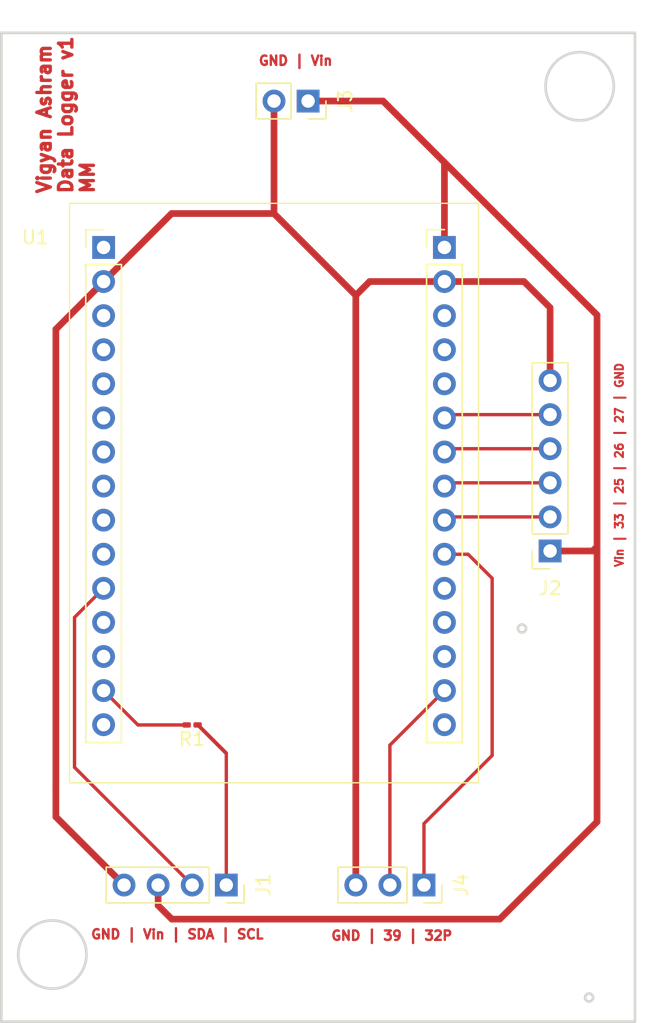
<source format=kicad_pcb>
(kicad_pcb (version 20221018) (generator pcbnew)
  (layers (0 "F.Cu" signal) (31 "B.Cu" signal) (34 "B.Paste" user) (35 "F.Paste" user) (36 "B.SilkS" user "B.Silkscreen") (37 "F.SilkS" user "F.Silkscreen") (38 "B.Mask" user) (39 "F.Mask" user) (44 "Edge.Cuts" user))
  (net 0 "")
  (net 2 "Net-(J1-Pin_4)")
  (net 11 "Net-(J1-Pin_2)")
  (net 14 "Net-(U1-D22)")
  (net 16 "Net-(J1-Pin_3)")
  (net 20 "Net-(J2-Pin_4)")
  (net 21 "Net-(J2-Pin_3)")
  (net 22 "Net-(J2-Pin_2)")
  (net 23 "Net-(J2-Pin_5)")
  (net 24 "Net-(J4-Pin_1)")
  (net 28 "Net-(J4-Pin_2)")
  (net 30 "Net-(J1-Pin_1)")
  (footprint "Resistor_SMD:R_0201_0603Metric_Pad0.64x0.40mm_HandSolder" (layer "F.Cu") (at 128.5175 97.29 180)
    (fp_text reference "R1" (at 0 -1.05 180) (layer "F.SilkS"))
    (fp_text value "R")
    (pad "1" smd roundrect (at -0.4075 0 180) (size 0.625 0.4) (layers "F.Cu" "F.Mask") (net 30 "Net-(J1-Pin_1)"))
    (pad "2" smd roundrect (at 0.4075 0 180) (size 0.625 0.4) (layers "F.Cu" "F.Mask") (net 14 "Net-(U1-D22)"))
  )
  (footprint "Library-MM:DOIT-ESP32-MM" (layer "F.Cu") (at 121.92 60.96)
    (fp_text reference "U1" (at -5.08 0) (layer "F.SilkS"))
    (fp_text value "ESP32-DEVKIT-V1" hide)
    (fp_line (start -1.33 -0.58) (end 0 -0.58) (stroke (width 0.12)) (layer "F.SilkS"))
    (fp_line (start -1.33 0.75) (end -1.33 -0.58) (stroke (width 0.12)) (layer "F.SilkS"))
    (fp_line (start -1.33 2.02) (end -1.33 37.64) (stroke (width 0.12)) (layer "F.SilkS"))
    (fp_line (start -1.33 2.02) (end 1.33 2.02) (stroke (width 0.12)) (layer "F.SilkS"))
    (fp_line (start -1.33 37.64) (end 1.33 37.64) (stroke (width 0.12)) (layer "F.SilkS"))
    (fp_line (start 1.33 2.02) (end 1.33 37.64) (stroke (width 0.12)) (layer "F.SilkS"))
    (fp_line (start 24.07 -0.58) (end 25.4 -0.58) (stroke (width 0.12)) (layer "F.SilkS"))
    (fp_line (start 24.07 0.75) (end 24.07 -0.58) (stroke (width 0.12)) (layer "F.SilkS"))
    (fp_line (start 24.07 2.02) (end 24.07 37.64) (stroke (width 0.12)) (layer "F.SilkS"))
    (fp_line (start 24.07 2.02) (end 26.73 2.02) (stroke (width 0.12)) (layer "F.SilkS"))
    (fp_line (start 24.07 37.64) (end 26.73 37.64) (stroke (width 0.12)) (layer "F.SilkS"))
    (fp_line (start 26.73 2.02) (end 26.73 37.64) (stroke (width 0.12)) (layer "F.SilkS"))
    (fp_rect (start -2.54 -2.54) (end 27.94 40.64) (stroke (width 0.1)) (fill none) (layer "F.SilkS"))
    (pad "1" thru_hole rect (at 0 0.75) (size 1.7 1.7) (drill 1) (layers "*.Cu" "*.Mask"))
    (pad "2" thru_hole oval (at 0 3.29) (size 1.7 1.7) (drill 1) (layers "*.Cu" "*.Mask") (net 2 "Net-(J1-Pin_4)"))
    (pad "3" thru_hole oval (at 0 5.83) (size 1.7 1.7) (drill 1) (layers "*.Cu" "*.Mask"))
    (pad "4" thru_hole oval (at 0 8.37) (size 1.7 1.7) (drill 1) (layers "*.Cu" "*.Mask"))
    (pad "5" thru_hole oval (at 0 10.91) (size 1.7 1.7) (drill 1) (layers "*.Cu" "*.Mask"))
    (pad "6" thru_hole oval (at 0 13.45) (size 1.7 1.7) (drill 1) (layers "*.Cu" "*.Mask"))
    (pad "7" thru_hole oval (at 0 15.99) (size 1.7 1.7) (drill 1) (layers "*.Cu" "*.Mask"))
    (pad "8" thru_hole oval (at 0 18.53) (size 1.7 1.7) (drill 1) (layers "*.Cu" "*.Mask"))
    (pad "9" thru_hole oval (at 0 21.07) (size 1.7 1.7) (drill 1) (layers "*.Cu" "*.Mask"))
    (pad "10" thru_hole oval (at 0 23.61) (size 1.7 1.7) (drill 1) (layers "*.Cu" "*.Mask"))
    (pad "11" thru_hole oval (at 0 26.15) (size 1.7 1.7) (drill 1) (layers "*.Cu" "*.Mask") (net 11 "Net-(J1-Pin_2)"))
    (pad "12" thru_hole oval (at 0 28.69) (size 1.7 1.7) (drill 1) (layers "*.Cu" "*.Mask"))
    (pad "13" thru_hole oval (at 0 31.23) (size 1.7 1.7) (drill 1) (layers "*.Cu" "*.Mask"))
    (pad "14" thru_hole oval (at 0 33.77) (size 1.7 1.7) (drill 1) (layers "*.Cu" "*.Mask") (net 14 "Net-(U1-D22)"))
    (pad "15" thru_hole oval (at 0 36.31) (size 1.7 1.7) (drill 1) (layers "*.Cu" "*.Mask"))
    (pad "16" thru_hole oval (at 25.4 36.31) (size 1.7 1.7) (drill 1) (layers "*.Cu" "*.Mask"))
    (pad "17" thru_hole oval (at 25.4 33.77) (size 1.7 1.7) (drill 1) (layers "*.Cu" "*.Mask") (net 28 "Net-(J4-Pin_2)"))
    (pad "18" thru_hole oval (at 25.4 31.23) (size 1.7 1.7) (drill 1) (layers "*.Cu" "*.Mask"))
    (pad "19" thru_hole oval (at 25.4 28.69) (size 1.7 1.7) (drill 1) (layers "*.Cu" "*.Mask"))
    (pad "20" thru_hole oval (at 25.4 26.15) (size 1.7 1.7) (drill 1) (layers "*.Cu" "*.Mask"))
    (pad "21" thru_hole oval (at 25.4 23.61) (size 1.7 1.7) (drill 1) (layers "*.Cu" "*.Mask") (net 24 "Net-(J4-Pin_1)"))
    (pad "22" thru_hole oval (at 25.4 21.07) (size 1.7 1.7) (drill 1) (layers "*.Cu" "*.Mask") (net 22 "Net-(J2-Pin_2)"))
    (pad "23" thru_hole oval (at 25.4 18.53) (size 1.7 1.7) (drill 1) (layers "*.Cu" "*.Mask") (net 21 "Net-(J2-Pin_3)"))
    (pad "24" thru_hole oval (at 25.4 15.99) (size 1.7 1.7) (drill 1) (layers "*.Cu" "*.Mask") (net 20 "Net-(J2-Pin_4)"))
    (pad "25" thru_hole oval (at 25.4 13.45) (size 1.7 1.7) (drill 1) (layers "*.Cu" "*.Mask") (net 23 "Net-(J2-Pin_5)"))
    (pad "26" thru_hole oval (at 25.4 10.91) (size 1.7 1.7) (drill 1) (layers "*.Cu" "*.Mask"))
    (pad "27" thru_hole oval (at 25.4 8.37) (size 1.7 1.7) (drill 1) (layers "*.Cu" "*.Mask"))
    (pad "28" thru_hole oval (at 25.4 5.83) (size 1.7 1.7) (drill 1) (layers "*.Cu" "*.Mask"))
    (pad "29" thru_hole oval (at 25.4 3.29) (size 1.7 1.7) (drill 1) (layers "*.Cu" "*.Mask") (net 2 "Net-(J1-Pin_4)"))
    (pad "30" thru_hole rect (at 25.4 0.75) (size 1.7 1.7) (drill 1) (layers "*.Cu" "*.Mask") (net 16 "Net-(J1-Pin_3)"))
  )
  (footprint "Connector_PinSocket_2.54mm:PinSocket_1x03_P2.54mm_Vertical" (layer "F.Cu") (at 145.796 109.22 -90)
    (fp_text reference "J4" (at 0 -2.77 90) (layer "F.SilkS"))
    (fp_text value "Conn_01x03_Socket")
    (fp_line (start -1.33 1.27) (end -1.33 6.41) (stroke (width 0.12)) (layer "F.SilkS"))
    (fp_line (start -1.33 1.27) (end 1.33 1.27) (stroke (width 0.12)) (layer "F.SilkS"))
    (fp_line (start -1.33 6.41) (end 1.33 6.41) (stroke (width 0.12)) (layer "F.SilkS"))
    (fp_line (start 0 -1.33) (end 1.33 -1.33) (stroke (width 0.12)) (layer "F.SilkS"))
    (fp_line (start 1.33 -1.33) (end 1.33 0) (stroke (width 0.12)) (layer "F.SilkS"))
    (fp_line (start 1.33 1.27) (end 1.33 6.41) (stroke (width 0.12)) (layer "F.SilkS"))
    (pad "1" thru_hole rect (at 0 0 270) (size 1.7 1.7) (drill 1) (layers "*.Cu" "*.Mask") (net 24 "Net-(J4-Pin_1)"))
    (pad "2" thru_hole oval (at 0 2.54 270) (size 1.7 1.7) (drill 1) (layers "*.Cu" "*.Mask") (net 28 "Net-(J4-Pin_2)"))
    (pad "3" thru_hole oval (at 0 5.08 270) (size 1.7 1.7) (drill 1) (layers "*.Cu" "*.Mask") (net 2 "Net-(J1-Pin_4)"))
  )
  (footprint "Connector_PinSocket_2.54mm:PinSocket_1x06_P2.54mm_Vertical" (layer "F.Cu") (at 155.194 84.328 180)
    (fp_text reference "J2" (at 0 -2.77) (layer "F.SilkS"))
    (fp_text value "Conn_01x06_Socket")
    (fp_line (start -1.33 1.27) (end -1.33 14.03) (stroke (width 0.12)) (layer "F.SilkS"))
    (fp_line (start -1.33 1.27) (end 1.33 1.27) (stroke (width 0.12)) (layer "F.SilkS"))
    (fp_line (start -1.33 14.03) (end 1.33 14.03) (stroke (width 0.12)) (layer "F.SilkS"))
    (fp_line (start 0 -1.33) (end 1.33 -1.33) (stroke (width 0.12)) (layer "F.SilkS"))
    (fp_line (start 1.33 -1.33) (end 1.33 0) (stroke (width 0.12)) (layer "F.SilkS"))
    (fp_line (start 1.33 1.27) (end 1.33 14.03) (stroke (width 0.12)) (layer "F.SilkS"))
    (pad "1" thru_hole rect (at 0 0 180) (size 1.7 1.7) (drill 1) (layers "*.Cu" "*.Mask") (net 16 "Net-(J1-Pin_3)"))
    (pad "2" thru_hole oval (at 0 2.54 180) (size 1.7 1.7) (drill 1) (layers "*.Cu" "*.Mask") (net 22 "Net-(J2-Pin_2)"))
    (pad "3" thru_hole oval (at 0 5.08 180) (size 1.7 1.7) (drill 1) (layers "*.Cu" "*.Mask") (net 21 "Net-(J2-Pin_3)"))
    (pad "4" thru_hole oval (at 0 7.62 180) (size 1.7 1.7) (drill 1) (layers "*.Cu" "*.Mask") (net 20 "Net-(J2-Pin_4)"))
    (pad "5" thru_hole oval (at 0 10.16 180) (size 1.7 1.7) (drill 1) (layers "*.Cu" "*.Mask") (net 23 "Net-(J2-Pin_5)"))
    (pad "6" thru_hole oval (at 0 12.7 180) (size 1.7 1.7) (drill 1) (layers "*.Cu" "*.Mask") (net 2 "Net-(J1-Pin_4)"))
  )
  (footprint "Connector_PinSocket_2.54mm:PinSocket_1x02_P2.54mm_Vertical" (layer "F.Cu") (at 137.16 50.8 -90)
    (fp_text reference "J3" (at 0 -2.77 90) (layer "F.SilkS"))
    (fp_text value "Conn_01x02_Socket")
    (fp_line (start -1.33 1.27) (end -1.33 3.87) (stroke (width 0.12)) (layer "F.SilkS"))
    (fp_line (start -1.33 1.27) (end 1.33 1.27) (stroke (width 0.12)) (layer "F.SilkS"))
    (fp_line (start -1.33 3.87) (end 1.33 3.87) (stroke (width 0.12)) (layer "F.SilkS"))
    (fp_line (start 0 -1.33) (end 1.33 -1.33) (stroke (width 0.12)) (layer "F.SilkS"))
    (fp_line (start 1.33 -1.33) (end 1.33 0) (stroke (width 0.12)) (layer "F.SilkS"))
    (fp_line (start 1.33 1.27) (end 1.33 3.87) (stroke (width 0.12)) (layer "F.SilkS"))
    (pad "1" thru_hole rect (at 0 0 270) (size 1.7 1.7) (drill 1) (layers "*.Cu" "*.Mask") (net 16 "Net-(J1-Pin_3)"))
    (pad "2" thru_hole oval (at 0 2.54 270) (size 1.7 1.7) (drill 1) (layers "*.Cu" "*.Mask") (net 2 "Net-(J1-Pin_4)"))
  )
  (footprint "Connector_PinSocket_2.54mm:PinSocket_1x04_P2.54mm_Vertical" (layer "F.Cu") (at 131.064 109.22 -90)
    (fp_text reference "J1" (at 0 -2.77 90) (layer "F.SilkS"))
    (fp_text value "Conn_01x04_Socket")
    (fp_line (start -1.33 1.27) (end -1.33 8.95) (stroke (width 0.12)) (layer "F.SilkS"))
    (fp_line (start -1.33 1.27) (end 1.33 1.27) (stroke (width 0.12)) (layer "F.SilkS"))
    (fp_line (start -1.33 8.95) (end 1.33 8.95) (stroke (width 0.12)) (layer "F.SilkS"))
    (fp_line (start 0 -1.33) (end 1.33 -1.33) (stroke (width 0.12)) (layer "F.SilkS"))
    (fp_line (start 1.33 -1.33) (end 1.33 0) (stroke (width 0.12)) (layer "F.SilkS"))
    (fp_line (start 1.33 1.27) (end 1.33 8.95) (stroke (width 0.12)) (layer "F.SilkS"))
    (pad "1" thru_hole rect (at 0 0 270) (size 1.7 1.7) (drill 1) (layers "*.Cu" "*.Mask") (net 30 "Net-(J1-Pin_1)"))
    (pad "2" thru_hole oval (at 0 2.54 270) (size 1.7 1.7) (drill 1) (layers "*.Cu" "*.Mask") (net 11 "Net-(J1-Pin_2)"))
    (pad "3" thru_hole oval (at 0 5.08 270) (size 1.7 1.7) (drill 1) (layers "*.Cu" "*.Mask") (net 16 "Net-(J1-Pin_3)"))
    (pad "4" thru_hole oval (at 0 7.62 270) (size 1.7 1.7) (drill 1) (layers "*.Cu" "*.Mask") (net 2 "Net-(J1-Pin_4)"))
  )
  (gr_circle (center 158.1 117.6) (end 158.4 117.6) (stroke (width 0.2)) (fill none) (layer "Edge.Cuts"))
  (gr_circle (center 118.1 114.4) (end 120.64 114.4) (stroke (width 0.2)) (fill none) (layer "Edge.Cuts"))
  (gr_circle (center 157.4 49.7) (end 159.94 49.7) (stroke (width 0.2)) (fill none) (layer "Edge.Cuts"))
  (gr_rect (start 114.3 45.72) (end 161.52 119.4) (stroke (width 0.2)) (fill none) (layer "Edge.Cuts"))
  (gr_circle (center 153.1 90.1) (end 153.4 90.1) (stroke (width 0.2)) (fill none) (layer "Edge.Cuts"))
  (gr_text "GND | Vin" (at 133.4 48.2) (layer "F.Cu") (effects (font (size 0.7 0.7) (thickness 0.175) bold) (justify left bottom)))
  (gr_text "Vin | 33 | 25 | 26 | 27 | GND" (at 160.7 85.6 90) (layer "F.Cu") (effects (font (size 0.6 0.6) (thickness 0.15) bold) (justify left bottom)))
  (gr_text "Vigyan Ashram\nData Logger v1\nMM" (at 121.3 57.8 90) (layer "F.Cu") (effects (font (size 1 1) (thickness 0.25) bold) (justify left bottom)))
  (gr_text "GND | 39 | 32P" (at 138.8 113.4) (layer "F.Cu") (effects (font (size 0.7 0.7) (thickness 0.175) bold) (justify left bottom)))
  (gr_text "GND | Vin | SDA | SCL" (at 120.9 113.3) (layer "F.Cu") (effects (font (size 0.7 0.7) (thickness 0.175) bold) (justify left bottom)))
  (segment (start 118.364 104.14) (end 118.364 101.8) (width 0.5) (layer "F.Cu") (net 2))
  (segment (start 126.988 59.182) (end 134.62 59.182) (width 0.5) (layer "F.Cu") (net 2))
  (segment (start 123.444 109.22) (end 118.364 104.14) (width 0.5) (layer "F.Cu") (net 2))
  (segment (start 155.194 66.194) (end 153.25 64.25) (width 0.5) (layer "F.Cu") (net 2))
  (segment (start 121.92 64.25) (end 126.988 59.182) (width 0.5) (layer "F.Cu") (net 2))
  (segment (start 141.744 64.25) (end 140.716 65.278) (width 0.5) (layer "F.Cu") (net 2))
  (segment (start 118.364 67.806) (end 121.92 64.25) (width 0.5) (layer "F.Cu") (net 2))
  (segment (start 140.716 109.22) (end 140.716 65.278) (width 0.5) (layer "F.Cu") (net 2))
  (segment (start 153.25 64.25) (end 147.32 64.25) (width 0.5) (layer "F.Cu") (net 2))
  (segment (start 147.32 64.25) (end 141.744 64.25) (width 0.5) (layer "F.Cu") (net 2))
  (segment (start 155.194 71.628) (end 155.194 66.194) (width 0.5) (layer "F.Cu") (net 2))
  (segment (start 118.364 101.8) (end 118.364 67.806) (width 0.5) (layer "F.Cu") (net 2))
  (segment (start 134.62 59.182) (end 134.62 50.8) (width 0.5) (layer "F.Cu") (net 2))
  (segment (start 134.62 59.182) (end 140.716 65.278) (width 0.5) (layer "F.Cu") (net 2))
  (segment (start 119.755 100.451) (end 119.755 89.275) (width 0.25) (layer "F.Cu") (net 11))
  (segment (start 128.524 109.22) (end 119.755 100.451) (width 0.25) (layer "F.Cu") (net 11))
  (segment (start 119.755 89.275) (end 121.92 87.11) (width 0.25) (layer "F.Cu") (net 11))
  (segment (start 121.92 94.73) (end 124.48 97.29) (width 0.25) (layer "F.Cu") (net 14))
  (segment (start 124.48 97.29) (end 128.074 97.29) (width 0.25) (layer "F.Cu") (net 14))
  (segment (start 158.364 84.328) (end 158.692 84) (width 0.5) (layer "F.Cu") (net 16))
  (segment (start 142.748 50.8) (end 147.124 55.176) (width 0.5) (layer "F.Cu") (net 16))
  (segment (start 137.16 50.8) (end 142.748 50.8) (width 0.5) (layer "F.Cu") (net 16))
  (segment (start 147.32 55.372) (end 147.32 61.71) (width 0.5) (layer "F.Cu") (net 16))
  (segment (start 127 111.76) (end 125.984 110.744) (width 0.5) (layer "F.Cu") (net 16))
  (segment (start 158.692 66.744) (end 158.692 84) (width 0.5) (layer "F.Cu") (net 16))
  (segment (start 151.44 111.76) (end 127 111.76) (width 0.5) (layer "F.Cu") (net 16))
  (segment (start 147.124 55.176) (end 158.692 66.744) (width 0.5) (layer "F.Cu") (net 16))
  (segment (start 158.692 84) (end 158.692 104.508) (width 0.5) (layer "F.Cu") (net 16))
  (segment (start 158.692 104.508) (end 151.44 111.76) (width 0.5) (layer "F.Cu") (net 16))
  (segment (start 125.984 110.744) (end 125.984 109.22) (width 0.5) (layer "F.Cu") (net 16))
  (segment (start 155.194 84.328) (end 158.364 84.328) (width 0.5) (layer "F.Cu") (net 16))
  (segment (start 147.124 55.176) (end 147.32 55.372) (width 0.25) (layer "F.Cu") (net 16))
  (segment (start 147.562 76.708) (end 147.32 76.95) (width 0.25) (layer "F.Cu") (net 20))
  (segment (start 155.194 76.708) (end 147.562 76.708) (width 0.25) (layer "F.Cu") (net 20))
  (segment (start 147.562 79.248) (end 147.32 79.49) (width 0.25) (layer "F.Cu") (net 21))
  (segment (start 155.194 79.248) (end 147.562 79.248) (width 0.25) (layer "F.Cu") (net 21))
  (segment (start 155.194 81.788) (end 147.562 81.788) (width 0.25) (layer "F.Cu") (net 22))
  (segment (start 147.562 81.788) (end 147.32 82.03) (width 0.25) (layer "F.Cu") (net 22))
  (segment (start 147.562 74.168) (end 147.32 74.41) (width 0.25) (layer "F.Cu") (net 23))
  (segment (start 155.194 74.168) (end 147.562 74.168) (width 0.25) (layer "F.Cu") (net 23))
  (segment (start 145.796 104.648) (end 150.876 99.568) (width 0.25) (layer "F.Cu") (net 24))
  (segment (start 150.876 99.568) (end 150.876 86.36) (width 0.25) (layer "F.Cu") (net 24))
  (segment (start 150.876 86.36) (end 149.086 84.57) (width 0.25) (layer "F.Cu") (net 24))
  (segment (start 145.796 109.22) (end 145.796 104.648) (width 0.25) (layer "F.Cu") (net 24))
  (segment (start 149.086 84.57) (end 147.32 84.57) (width 0.25) (layer "F.Cu") (net 24))
  (segment (start 143.256 109.22) (end 143.256 98.794) (width 0.25) (layer "F.Cu") (net 28))
  (segment (start 143.256 98.794) (end 147.32 94.73) (width 0.25) (layer "F.Cu") (net 28))
  (segment (start 131.064 99.38) (end 128.974 97.29) (width 0.25) (layer "F.Cu") (net 30))
  (segment (start 131.064 99.429) (end 128.925 97.29) (width 0.25) (layer "F.Cu") (net 30))
  (segment (start 131.064 99.38) (end 131.064 109.22) (width 0.25) (layer "F.Cu") (net 30))
)
</source>
